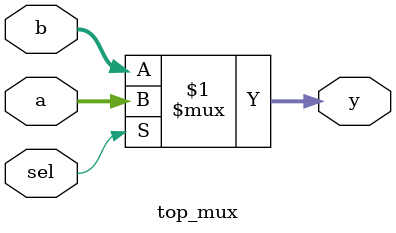
<source format=v>
`timescale 1ns / 1ps
/*
Implements a multiplexer that selects from two 32-bit inputs, a and b, based on sel.
Used in the Execute stage to choose between register data and sign-extended immediate.
Its output goes into the ALU as input "b".
*/
module top_mux(
    output wire [31:0] y,   // Output of multiplexer
    input  wire [31:0] a,   // Input when sel = 1
    input  wire [31:0] b,   // Input when sel = 0
    input  wire sel         // Select signal
);

    assign y = sel ? a : b;

endmodule

</source>
